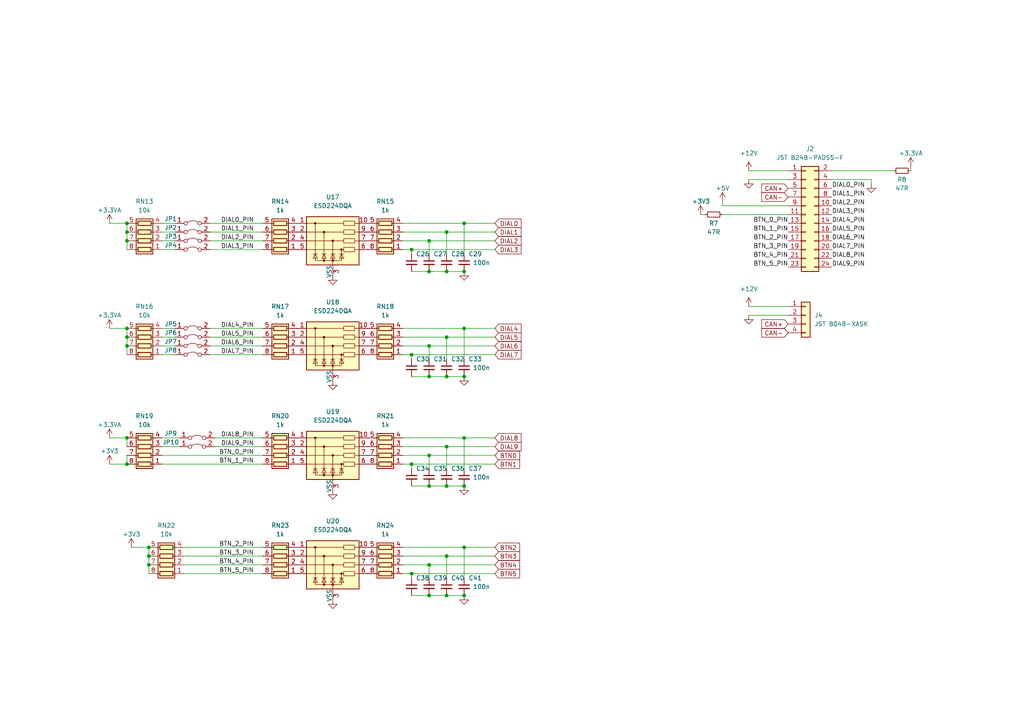
<source format=kicad_sch>
(kicad_sch (version 20211123) (generator eeschema)
  (paper "A4")
  (title_block (title "I/O AND ESD PROTECTION"))
  (lib_symbols
    (symbol "Connector_Generic:Conn_01x04" (pin_names (offset 1.016) hide)
      (property "Reference" "J" (at 0 5.08 0))
      (property "Value" "Conn_01x04" (at 0 -7.62 0))
      (symbol "Conn_01x04_1_1"
        (rectangle (start -1.27 -4.953) (end 0 -5.207) (stroke (width 0.1524)))
        (rectangle (start -1.27 -2.413) (end 0 -2.667) (stroke (width 0.1524)))
        (rectangle (start -1.27 0.127) (end 0 -0.127) (stroke (width 0.1524)))
        (rectangle (start -1.27 2.667) (end 0 2.413) (stroke (width 0.1524)))
        (rectangle (start -1.27 3.81) (end 1.27 -6.35) (stroke (width 0.254)) (fill (type background)))
        (pin passive line (at -5.08 2.54 0) (length 3.81) (name "Pin_1") (number "1"))
        (pin passive line (at -5.08 0 0) (length 3.81) (name "Pin_2") (number "2"))
        (pin passive line (at -5.08 -2.54 0) (length 3.81) (name "Pin_3") (number "3"))
        (pin passive line (at -5.08 -5.08 0) (length 3.81) (name "Pin_4") (number "4"))
      )
    )
    (symbol "Connector_Generic:Conn_02x12_Odd_Even" (pin_names (offset 1.016) hide)
      (property "Reference" "J" (at 1.27 15.24 0))
      (property "Value" "Conn_02x12_Odd_Even" (at 1.27 -17.78 0))
      (symbol "Conn_02x12_Odd_Even_1_1"
        (rectangle (start -1.27 -15.113) (end 0 -15.367) (stroke (width 0.1524)))
        (rectangle (start -1.27 -12.573) (end 0 -12.827) (stroke (width 0.1524)))
        (rectangle (start -1.27 -10.033) (end 0 -10.287) (stroke (width 0.1524)))
        (rectangle (start -1.27 -7.493) (end 0 -7.747) (stroke (width 0.1524)))
        (rectangle (start -1.27 -4.953) (end 0 -5.207) (stroke (width 0.1524)))
        (rectangle (start -1.27 -2.413) (end 0 -2.667) (stroke (width 0.1524)))
        (rectangle (start -1.27 0.127) (end 0 -0.127) (stroke (width 0.1524)))
        (rectangle (start -1.27 2.667) (end 0 2.413) (stroke (width 0.1524)))
        (rectangle (start -1.27 5.207) (end 0 4.953) (stroke (width 0.1524)))
        (rectangle (start -1.27 7.747) (end 0 7.493) (stroke (width 0.1524)))
        (rectangle (start -1.27 10.287) (end 0 10.033) (stroke (width 0.1524)))
        (rectangle (start -1.27 12.827) (end 0 12.573) (stroke (width 0.1524)))
        (rectangle (start -1.27 13.97) (end 3.81 -16.51) (stroke (width 0.254)) (fill (type background)))
        (rectangle (start 3.81 -15.113) (end 2.54 -15.367) (stroke (width 0.1524)))
        (rectangle (start 3.81 -12.573) (end 2.54 -12.827) (stroke (width 0.1524)))
        (rectangle (start 3.81 -10.033) (end 2.54 -10.287) (stroke (width 0.1524)))
        (rectangle (start 3.81 -7.493) (end 2.54 -7.747) (stroke (width 0.1524)))
        (rectangle (start 3.81 -4.953) (end 2.54 -5.207) (stroke (width 0.1524)))
        (rectangle (start 3.81 -2.413) (end 2.54 -2.667) (stroke (width 0.1524)))
        (rectangle (start 3.81 0.127) (end 2.54 -0.127) (stroke (width 0.1524)))
        (rectangle (start 3.81 2.667) (end 2.54 2.413) (stroke (width 0.1524)))
        (rectangle (start 3.81 5.207) (end 2.54 4.953) (stroke (width 0.1524)))
        (rectangle (start 3.81 7.747) (end 2.54 7.493) (stroke (width 0.1524)))
        (rectangle (start 3.81 10.287) (end 2.54 10.033) (stroke (width 0.1524)))
        (rectangle (start 3.81 12.827) (end 2.54 12.573) (stroke (width 0.1524)))
        (pin passive line (at -5.08 12.7 0) (length 3.81) (name "Pin_1") (number "1"))
        (pin passive line (at 7.62 2.54 180) (length 3.81) (name "Pin_10") (number "10"))
        (pin passive line (at -5.08 0 0) (length 3.81) (name "Pin_11") (number "11"))
        (pin passive line (at 7.62 0 180) (length 3.81) (name "Pin_12") (number "12"))
        (pin passive line (at -5.08 -2.54 0) (length 3.81) (name "Pin_13") (number "13"))
        (pin passive line (at 7.62 -2.54 180) (length 3.81) (name "Pin_14") (number "14"))
        (pin passive line (at -5.08 -5.08 0) (length 3.81) (name "Pin_15") (number "15"))
        (pin passive line (at 7.62 -5.08 180) (length 3.81) (name "Pin_16") (number "16"))
        (pin passive line (at -5.08 -7.62 0) (length 3.81) (name "Pin_17") (number "17"))
        (pin passive line (at 7.62 -7.62 180) (length 3.81) (name "Pin_18") (number "18"))
        (pin passive line (at -5.08 -10.16 0) (length 3.81) (name "Pin_19") (number "19"))
        (pin passive line (at 7.62 12.7 180) (length 3.81) (name "Pin_2") (number "2"))
        (pin passive line (at 7.62 -10.16 180) (length 3.81) (name "Pin_20") (number "20"))
        (pin passive line (at -5.08 -12.7 0) (length 3.81) (name "Pin_21") (number "21"))
        (pin passive line (at 7.62 -12.7 180) (length 3.81) (name "Pin_22") (number "22"))
        (pin passive line (at -5.08 -15.24 0) (length 3.81) (name "Pin_23") (number "23"))
        (pin passive line (at 7.62 -15.24 180) (length 3.81) (name "Pin_24") (number "24"))
        (pin passive line (at -5.08 10.16 0) (length 3.81) (name "Pin_3") (number "3"))
        (pin passive line (at 7.62 10.16 180) (length 3.81) (name "Pin_4") (number "4"))
        (pin passive line (at -5.08 7.62 0) (length 3.81) (name "Pin_5") (number "5"))
        (pin passive line (at 7.62 7.62 180) (length 3.81) (name "Pin_6") (number "6"))
        (pin passive line (at -5.08 5.08 0) (length 3.81) (name "Pin_7") (number "7"))
        (pin passive line (at 7.62 5.08 180) (length 3.81) (name "Pin_8") (number "8"))
        (pin passive line (at -5.08 2.54 0) (length 3.81) (name "Pin_9") (number "9"))
      )
    )
    (symbol "Device:C_Small" (pin_numbers hide) (pin_names (offset 0.254) hide)
      (property "Reference" "C" (at 0.254 1.778 0))
      (property "Value" "C_Small" (at 0.254 -2.032 0))
      (symbol "C_Small_0_1"
        (polyline (pts (xy -1.524 -0.508) (xy 1.524 -0.508)) (stroke (width 0.3302)))
        (polyline (pts (xy -1.524 0.508) (xy 1.524 0.508)) (stroke (width 0.3048)))
      )
      (symbol "C_Small_1_1"
        (pin passive line (at 0 2.54 270) (length 2.032) (name "~") (number "1"))
        (pin passive line (at 0 -2.54 90) (length 2.032) (name "~") (number "2"))
      )
    )
    (symbol "Device:R_Pack04" (pin_names (offset 0) hide)
      (property "Reference" "RN" (at -7.62 0 90))
      (property "Value" "R_Pack04" (at 5.08 0 90))
      (symbol "R_Pack04_0_1"
        (rectangle (start -6.35 -2.413) (end 3.81 2.413) (stroke (width 0.254)) (fill (type background)))
        (rectangle (start -5.715 1.905) (end -4.445 -1.905) (stroke (width 0.254)))
        (rectangle (start -3.175 1.905) (end -1.905 -1.905) (stroke (width 0.254)))
        (rectangle (start -0.635 1.905) (end 0.635 -1.905) (stroke (width 0.254)))
        (polyline (pts (xy -5.08 -2.54) (xy -5.08 -1.905)))
        (polyline (pts (xy -5.08 1.905) (xy -5.08 2.54)))
        (polyline (pts (xy -2.54 -2.54) (xy -2.54 -1.905)))
        (polyline (pts (xy -2.54 1.905) (xy -2.54 2.54)))
        (polyline (pts (xy 0 -2.54) (xy 0 -1.905)))
        (polyline (pts (xy 0 1.905) (xy 0 2.54)))
        (polyline (pts (xy 2.54 -2.54) (xy 2.54 -1.905)))
        (polyline (pts (xy 2.54 1.905) (xy 2.54 2.54)))
        (rectangle (start 1.905 1.905) (end 3.175 -1.905) (stroke (width 0.254)))
      )
      (symbol "R_Pack04_1_1"
        (pin passive line (at -5.08 -5.08 90) (length 2.54) (name "R1.1") (number "1"))
        (pin passive line (at -2.54 -5.08 90) (length 2.54) (name "R2.1") (number "2"))
        (pin passive line (at 0 -5.08 90) (length 2.54) (name "R3.1") (number "3"))
        (pin passive line (at 2.54 -5.08 90) (length 2.54) (name "R4.1") (number "4"))
        (pin passive line (at 2.54 5.08 270) (length 2.54) (name "R4.2") (number "5"))
        (pin passive line (at 0 5.08 270) (length 2.54) (name "R3.2") (number "6"))
        (pin passive line (at -2.54 5.08 270) (length 2.54) (name "R2.2") (number "7"))
        (pin passive line (at -5.08 5.08 270) (length 2.54) (name "R1.2") (number "8"))
      )
    )
    (symbol "Device:R_Small" (pin_numbers hide) (pin_names (offset 0.254) hide)
      (property "Reference" "R" (at 0.762 0.508 0))
      (property "Value" "R_Small" (at 0.762 -1.016 0))
      (symbol "R_Small_0_1"
        (rectangle (start -0.762 1.778) (end 0.762 -1.778) (stroke (width 0.2032)))
      )
      (symbol "R_Small_1_1"
        (pin passive line (at 0 2.54 270) (length 0.762) (name "~") (number "1"))
        (pin passive line (at 0 -2.54 90) (length 0.762) (name "~") (number "2"))
      )
    )
    (symbol "Jumper:Jumper_2_Bridged" (pin_names (offset 0) hide)
      (property "Reference" "JP" (at 0 1.905 0))
      (property "Value" "Jumper_2_Bridged" (at 0 -2.54 0))
      (symbol "Jumper_2_Bridged_0_0"
        (circle (center -2.032 0) (radius 0.508))
        (circle (center 2.032 0) (radius 0.508))
      )
      (symbol "Jumper_2_Bridged_0_1"
        (arc (start 1.524 0.254) (mid 0 0.762) (end -1.524 0.254))
      )
      (symbol "Jumper_2_Bridged_1_1"
        (pin passive line (at -5.08 0 0) (length 2.54) (name "A") (number "1"))
        (pin passive line (at 5.08 0 180) (length 2.54) (name "B") (number "2"))
      )
    )
    (symbol "Power_Protection:ESD224DQA" (pin_names (offset 0))
      (property "Reference" "U" (at -0.635 8.255 0))
      (property "Value" "ESD224DQA" (at 8.89 -8.255 0))
      (symbol "ESD224DQA_0_0"
        (polyline (pts (xy -2.54 -5.715) (xy -2.54 2.54)))
        (polyline (pts (xy 0 0) (xy 0 -6.985)))
      )
      (symbol "ESD224DQA_0_1"
        (rectangle (start -7.62 6.985) (end 7.62 -6.985) (stroke (width 0.254)) (fill (type background)))
        (circle (center -5.08 5.08) (radius 0.2794) (fill (type outline)))
        (circle (center -2.54 -5.715) (radius 0.2794) (fill (type outline)))
        (circle (center -2.54 2.54) (radius 0.2794) (fill (type outline)))
        (circle (center 0 -5.715) (radius 0.2794) (fill (type outline)))
        (polyline (pts (xy -7.62 -2.54) (xy 3.175 -2.54)))
        (polyline (pts (xy -7.62 0) (xy 1.27 0)))
        (polyline (pts (xy -7.62 2.54) (xy -5.08 2.54)))
        (polyline (pts (xy -7.62 5.08) (xy -7.62 5.08)))
        (polyline (pts (xy -4.445 -3.81) (xy -5.715 -3.81)))
        (polyline (pts (xy -1.905 -3.81) (xy -3.175 -3.81)))
        (polyline (pts (xy 0 -6.985) (xy 0 -7.62)))
        (polyline (pts (xy 0.635 -3.81) (xy -0.635 -3.81)))
        (polyline (pts (xy 3.175 -3.81) (xy 1.905 -3.81)))
        (polyline (pts (xy 3.175 0) (xy 1.27 0)) (stroke (width 0.1524)))
        (polyline (pts (xy 3.175 5.08) (xy -7.62 5.08)) (stroke (width 0.1524)))
        (polyline (pts (xy 7.62 -2.54) (xy 6.35 -2.54)) (stroke (width 0.1524)))
        (polyline (pts (xy 7.62 0) (xy 6.35 0)) (stroke (width 0.1524)))
        (polyline (pts (xy 7.62 2.54) (xy 6.35 2.54)) (stroke (width 0.1524)))
        (polyline (pts (xy 7.62 5.08) (xy 6.35 5.08)) (stroke (width 0.1524)))
        (polyline (pts (xy -5.08 5.08) (xy -5.08 -5.715) (xy 2.54 -5.715) (xy 2.54 -2.54)) (stroke (width 0.1524)))
        (polyline (pts (xy -4.445 -5.08) (xy -5.715 -5.08) (xy -5.08 -3.81) (xy -4.445 -5.08)))
        (polyline (pts (xy -1.905 -5.08) (xy -3.175 -5.08) (xy -2.54 -3.81) (xy -1.905 -5.08)))
        (polyline (pts (xy 0.635 -5.08) (xy -0.635 -5.08) (xy 0 -3.81) (xy 0.635 -5.08)))
        (polyline (pts (xy 3.175 -5.08) (xy 1.905 -5.08) (xy 2.54 -3.81) (xy 3.175 -5.08)))
        (polyline (pts (xy 3.175 2.54) (xy 0 2.54) (xy 0 2.54) (xy -3.81 2.54) (xy -3.81 2.54) (xy -5.08 2.54)) (stroke (width 0.1524)))
        (circle (center 0 0) (radius 0.2794) (fill (type outline)))
        (circle (center 2.54 -2.54) (radius 0.2794) (fill (type outline)))
        (rectangle (start 3.175 -1.905) (end 6.35 -3.175) (stroke (width 0.1524)))
        (rectangle (start 3.175 0.635) (end 6.35 -0.635) (stroke (width 0.1524)))
        (rectangle (start 3.175 3.175) (end 6.35 1.905) (stroke (width 0.1524)))
        (rectangle (start 3.175 5.715) (end 6.35 4.445) (stroke (width 0.1524)))
      )
      (symbol "ESD224DQA_1_1"
        (pin passive line (at -10.16 5.08 0) (length 2.54) (name "~") (number "1"))
        (pin passive line (at 10.16 5.08 180) (length 2.54) (name "~") (number "10"))
        (pin passive line (at -10.16 2.54 0) (length 2.54) (name "~") (number "2"))
        (pin power_in line (at 0 -10.16 90) (length 2.54) (name "VSS") (number "3"))
        (pin passive line (at -10.16 0 0) (length 2.54) (name "~") (number "4"))
        (pin passive line (at -10.16 -2.54 0) (length 2.54) (name "~") (number "5"))
        (pin passive line (at 10.16 -2.54 180) (length 2.54) (name "~") (number "6"))
        (pin passive line (at 10.16 0 180) (length 2.54) (name "~") (number "7"))
        (pin passive line (at 0 -10.16 90) (length 2.54) hide (name "VSS") (number "8"))
        (pin passive line (at 10.16 2.54 180) (length 2.54) (name "~") (number "9"))
      )
    )
    (symbol "power:+12V" (power) (pin_names (offset 0))
      (property "Value" "+12V" (at 0 3.556 0))
      (symbol "+12V_0_1"
        (polyline (pts (xy -0.762 1.27) (xy 0 2.54)))
        (polyline (pts (xy 0 0) (xy 0 2.54)))
        (polyline (pts (xy 0 2.54) (xy 0.762 1.27)))
      )
      (symbol "+12V_1_1"
        (pin power_in line (at 0 0 90) (length 0) hide (name "+12V") (number "1"))
      )
    )
    (symbol "power:+3.3VA" (power) (pin_names (offset 0))
      (property "Value" "+3.3VA" (at 0 3.556 0))
      (symbol "+3.3VA_0_1"
        (polyline (pts (xy -0.762 1.27) (xy 0 2.54)))
        (polyline (pts (xy 0 0) (xy 0 2.54)))
        (polyline (pts (xy 0 2.54) (xy 0.762 1.27)))
      )
      (symbol "+3.3VA_1_1"
        (pin power_in line (at 0 0 90) (length 0) hide (name "+3.3VA") (number "1"))
      )
    )
    (symbol "power:+3V3" (power) (pin_names (offset 0))
      (property "Value" "+3V3" (at 0 3.556 0))
      (symbol "+3V3_0_1"
        (polyline (pts (xy -0.762 1.27) (xy 0 2.54)))
        (polyline (pts (xy 0 0) (xy 0 2.54)))
        (polyline (pts (xy 0 2.54) (xy 0.762 1.27)))
      )
      (symbol "+3V3_1_1"
        (pin power_in line (at 0 0 90) (length 0) hide (name "+3V3") (number "1"))
      )
    )
    (symbol "power:+5V" (power) (pin_names (offset 0))
      (property "Value" "+5V" (at 0 3.556 0))
      (symbol "+5V_0_1"
        (polyline (pts (xy -0.762 1.27) (xy 0 2.54)))
        (polyline (pts (xy 0 0) (xy 0 2.54)))
        (polyline (pts (xy 0 2.54) (xy 0.762 1.27)))
      )
      (symbol "+5V_1_1"
        (pin power_in line (at 0 0 90) (length 0) hide (name "+5V") (number "1"))
      )
    )
    (symbol "power:GND" (power) (pin_names (offset 0))
      (property "Value" "GND" (at 0 -3.81 0))
      (symbol "GND_0_1"
        (polyline (pts (xy 0 0) (xy 0 -1.27) (xy 1.27 -1.27) (xy 0 -2.54) (xy -1.27 -1.27) (xy 0 -1.27)))
      )
      (symbol "GND_1_1"
        (pin power_in line (at 0 0 270) (length 0) hide (name "GND") (number "1"))
      )
    )
  )
  (junction (at 129.54 129.54))
  (junction (at 36.83 134.62))
  (junction (at 129.54 97.79))
  (junction (at 129.54 161.29))
  (junction (at 119.38 134.62))
  (junction (at 36.83 95.25))
  (junction (at 43.18 161.29))
  (junction (at 124.46 109.22))
  (junction (at 129.54 140.97))
  (junction (at 129.54 78.74))
  (junction (at 134.62 64.77))
  (junction (at 124.46 78.74))
  (junction (at 124.46 163.83))
  (junction (at 36.83 100.33))
  (junction (at 129.54 172.72))
  (junction (at 124.46 69.85))
  (junction (at 36.83 67.31))
  (junction (at 134.62 172.72))
  (junction (at 134.62 158.75))
  (junction (at 124.46 172.72))
  (junction (at 36.83 97.79))
  (junction (at 43.18 158.75))
  (junction (at 129.54 67.31))
  (junction (at 119.38 72.39))
  (junction (at 119.38 166.37))
  (junction (at 134.62 109.22))
  (junction (at 36.83 127))
  (junction (at 134.62 127))
  (junction (at 129.54 109.22))
  (junction (at 134.62 140.97))
  (junction (at 124.46 100.33))
  (junction (at 134.62 78.74))
  (junction (at 134.62 95.25))
  (junction (at 119.38 102.87))
  (junction (at 124.46 132.08))
  (junction (at 36.83 64.77))
  (junction (at 43.18 163.83))
  (junction (at 124.46 140.97))
  (junction (at 36.83 69.85))
  (wire (pts (xy 60.96 69.85) (xy 76.2 69.85)))
  (wire (pts (xy 129.54 172.72) (xy 134.62 172.72)))
  (wire (pts (xy 60.96 100.33) (xy 76.2 100.33)))
  (wire (pts (xy 129.54 97.79) (xy 143.51 97.79)))
  (wire (pts (xy 124.46 69.85) (xy 143.51 69.85)))
  (wire (pts (xy 62.23 127) (xy 76.2 127)))
  (wire (pts (xy 217.17 91.44) (xy 228.6 91.44)))
  (wire (pts (xy 217.17 52.07) (xy 228.6 52.07)))
  (wire (pts (xy 31.75 127) (xy 36.83 127)))
  (wire (pts (xy 31.75 134.62) (xy 36.83 134.62)))
  (wire (pts (xy 129.54 67.31) (xy 143.51 67.31)))
  (wire (pts (xy 129.54 129.54) (xy 129.54 135.89)))
  (wire (pts (xy 129.54 161.29) (xy 143.51 161.29)))
  (wire (pts (xy 119.38 172.72) (xy 124.46 172.72)))
  (wire (pts (xy 116.84 129.54) (xy 129.54 129.54)))
  (wire (pts (xy 134.62 127) (xy 143.51 127)))
  (wire (pts (xy 116.84 134.62) (xy 119.38 134.62)))
  (wire (pts (xy 43.18 158.75) (xy 43.18 161.29)))
  (wire (pts (xy 209.55 62.23) (xy 228.6 62.23)))
  (wire (pts (xy 36.83 100.33) (xy 36.83 102.87)))
  (wire (pts (xy 209.55 59.69) (xy 228.6 59.69)))
  (wire (pts (xy 53.34 163.83) (xy 76.2 163.83)))
  (wire (pts (xy 119.38 167.64) (xy 119.38 166.37)))
  (wire (pts (xy 124.46 132.08) (xy 143.51 132.08)))
  (wire (pts (xy 43.18 163.83) (xy 43.18 166.37)))
  (wire (pts (xy 129.54 161.29) (xy 129.54 167.64)))
  (wire (pts (xy 116.84 95.25) (xy 134.62 95.25)))
  (wire (pts (xy 52.07 127) (xy 46.99 127)))
  (wire (pts (xy 119.38 140.97) (xy 124.46 140.97)))
  (wire (pts (xy 129.54 109.22) (xy 134.62 109.22)))
  (wire (pts (xy 60.96 64.77) (xy 76.2 64.77)))
  (wire (pts (xy 36.83 64.77) (xy 36.83 67.31)))
  (wire (pts (xy 217.17 49.53) (xy 228.6 49.53)))
  (wire (pts (xy 116.84 67.31) (xy 129.54 67.31)))
  (wire (pts (xy 60.96 67.31) (xy 76.2 67.31)))
  (wire (pts (xy 116.84 72.39) (xy 119.38 72.39)))
  (wire (pts (xy 119.38 135.89) (xy 119.38 134.62)))
  (wire (pts (xy 116.84 64.77) (xy 134.62 64.77)))
  (wire (pts (xy 46.99 100.33) (xy 50.8 100.33)))
  (wire (pts (xy 119.38 104.14) (xy 119.38 102.87)))
  (wire (pts (xy 119.38 109.22) (xy 124.46 109.22)))
  (wire (pts (xy 46.99 134.62) (xy 76.2 134.62)))
  (wire (pts (xy 129.54 67.31) (xy 129.54 73.66)))
  (wire (pts (xy 129.54 78.74) (xy 134.62 78.74)))
  (wire (pts (xy 124.46 132.08) (xy 124.46 135.89)))
  (wire (pts (xy 252.73 52.07) (xy 241.3 52.07)))
  (wire (pts (xy 60.96 102.87) (xy 76.2 102.87)))
  (wire (pts (xy 116.84 163.83) (xy 124.46 163.83)))
  (wire (pts (xy 38.1 158.75) (xy 43.18 158.75)))
  (wire (pts (xy 53.34 161.29) (xy 76.2 161.29)))
  (wire (pts (xy 119.38 72.39) (xy 143.51 72.39)))
  (wire (pts (xy 203.2 62.23) (xy 204.47 62.23)))
  (wire (pts (xy 119.38 73.66) (xy 119.38 72.39)))
  (wire (pts (xy 36.83 97.79) (xy 36.83 100.33)))
  (wire (pts (xy 36.83 95.25) (xy 36.83 97.79)))
  (wire (pts (xy 46.99 67.31) (xy 50.8 67.31)))
  (wire (pts (xy 53.34 158.75) (xy 76.2 158.75)))
  (wire (pts (xy 134.62 95.25) (xy 143.51 95.25)))
  (wire (pts (xy 116.84 166.37) (xy 119.38 166.37)))
  (wire (pts (xy 116.84 127) (xy 134.62 127)))
  (wire (pts (xy 134.62 158.75) (xy 134.62 167.64)))
  (wire (pts (xy 124.46 78.74) (xy 129.54 78.74)))
  (wire (pts (xy 124.46 69.85) (xy 124.46 73.66)))
  (wire (pts (xy 124.46 109.22) (xy 129.54 109.22)))
  (wire (pts (xy 116.84 97.79) (xy 129.54 97.79)))
  (wire (pts (xy 134.62 95.25) (xy 134.62 104.14)))
  (wire (pts (xy 129.54 140.97) (xy 134.62 140.97)))
  (wire (pts (xy 116.84 100.33) (xy 124.46 100.33)))
  (wire (pts (xy 129.54 97.79) (xy 129.54 104.14)))
  (wire (pts (xy 116.84 161.29) (xy 129.54 161.29)))
  (wire (pts (xy 134.62 127) (xy 134.62 135.89)))
  (wire (pts (xy 134.62 64.77) (xy 143.51 64.77)))
  (wire (pts (xy 124.46 140.97) (xy 129.54 140.97)))
  (wire (pts (xy 46.99 97.79) (xy 50.8 97.79)))
  (wire (pts (xy 62.23 129.54) (xy 76.2 129.54)))
  (wire (pts (xy 124.46 100.33) (xy 143.51 100.33)))
  (wire (pts (xy 209.55 58.42) (xy 209.55 59.69)))
  (wire (pts (xy 43.18 161.29) (xy 43.18 163.83)))
  (wire (pts (xy 46.99 69.85) (xy 50.8 69.85)))
  (wire (pts (xy 116.84 132.08) (xy 124.46 132.08)))
  (wire (pts (xy 124.46 100.33) (xy 124.46 104.14)))
  (wire (pts (xy 119.38 78.74) (xy 124.46 78.74)))
  (wire (pts (xy 134.62 158.75) (xy 143.51 158.75)))
  (wire (pts (xy 119.38 102.87) (xy 143.51 102.87)))
  (wire (pts (xy 116.84 69.85) (xy 124.46 69.85)))
  (wire (pts (xy 124.46 172.72) (xy 129.54 172.72)))
  (wire (pts (xy 46.99 72.39) (xy 50.8 72.39)))
  (wire (pts (xy 60.96 72.39) (xy 76.2 72.39)))
  (wire (pts (xy 31.75 95.25) (xy 36.83 95.25)))
  (wire (pts (xy 129.54 129.54) (xy 143.51 129.54)))
  (wire (pts (xy 124.46 163.83) (xy 124.46 167.64)))
  (wire (pts (xy 134.62 64.77) (xy 134.62 73.66)))
  (wire (pts (xy 60.96 97.79) (xy 76.2 97.79)))
  (wire (pts (xy 46.99 132.08) (xy 76.2 132.08)))
  (wire (pts (xy 46.99 102.87) (xy 50.8 102.87)))
  (wire (pts (xy 46.99 95.25) (xy 50.8 95.25)))
  (wire (pts (xy 36.83 127) (xy 36.83 129.54)))
  (wire (pts (xy 116.84 158.75) (xy 134.62 158.75)))
  (wire (pts (xy 264.16 48.26) (xy 264.16 49.53)))
  (wire (pts (xy 119.38 134.62) (xy 143.51 134.62)))
  (wire (pts (xy 53.34 166.37) (xy 76.2 166.37)))
  (wire (pts (xy 252.73 53.34) (xy 252.73 52.07)))
  (wire (pts (xy 259.08 49.53) (xy 241.3 49.53)))
  (wire (pts (xy 31.75 64.77) (xy 36.83 64.77)))
  (wire (pts (xy 52.07 129.54) (xy 46.99 129.54)))
  (wire (pts (xy 116.84 102.87) (xy 119.38 102.87)))
  (wire (pts (xy 119.38 166.37) (xy 143.51 166.37)))
  (wire (pts (xy 36.83 69.85) (xy 36.83 72.39)))
  (wire (pts (xy 217.17 88.9) (xy 228.6 88.9)))
  (wire (pts (xy 36.83 67.31) (xy 36.83 69.85)))
  (wire (pts (xy 46.99 64.77) (xy 50.8 64.77)))
  (wire (pts (xy 124.46 163.83) (xy 143.51 163.83)))
  (wire (pts (xy 60.96 95.25) (xy 76.2 95.25)))
  (wire (pts (xy 36.83 132.08) (xy 36.83 134.62)))
  (label "BTN_0_PIN" (at 228.6 64.77 180))
  (label "DIAL9_PIN" (at 241.3 77.47 0))
  (label "DIAL8_PIN" (at 73.66 127 180))
  (label "DIAL5_PIN" (at 73.66 97.79 180))
  (label "DIAL2_PIN" (at 73.66 69.85 180))
  (label "DIAL1_PIN" (at 73.66 67.31 180))
  (label "BTN_5_PIN" (at 73.66 166.37 180))
  (label "BTN_0_PIN" (at 73.66 132.08 180))
  (label "DIAL2_PIN" (at 241.3 59.69 0))
  (label "DIAL8_PIN" (at 241.3 74.93 0))
  (label "DIAL0_PIN" (at 73.66 64.77 180))
  (label "DIAL9_PIN" (at 73.66 129.54 180))
  (label "DIAL7_PIN" (at 73.66 102.87 180))
  (label "DIAL0_PIN" (at 241.3 54.61 0))
  (label "DIAL4_PIN" (at 73.66 95.25 180))
  (label "DIAL7_PIN" (at 241.3 72.39 0))
  (label "DIAL3_PIN" (at 241.3 62.23 0))
  (label "DIAL6_PIN" (at 241.3 69.85 0))
  (label "BTN_1_PIN" (at 73.66 134.62 180))
  (label "DIAL5_PIN" (at 241.3 67.31 0))
  (label "DIAL3_PIN" (at 73.66 72.39 180))
  (label "BTN_1_PIN" (at 228.6 67.31 180))
  (label "BTN_3_PIN" (at 228.6 72.39 180))
  (label "DIAL1_PIN" (at 241.3 57.15 0))
  (label "DIAL6_PIN" (at 73.66 100.33 180))
  (label "BTN_3_PIN" (at 73.66 161.29 180))
  (label "BTN_2_PIN" (at 73.66 158.75 180))
  (label "BTN_5_PIN" (at 228.6 77.47 180))
  (label "BTN_2_PIN" (at 228.6 69.85 180))
  (label "DIAL4_PIN" (at 241.3 64.77 0))
  (label "BTN_4_PIN" (at 228.6 74.93 180))
  (label "BTN_4_PIN" (at 73.66 163.83 180))
  (global_label "BTN3" (shape input) (at 143.51 161.29 0) (property "Intersheet References" "${INTERSHEET_REFS}" (effects hide)))
  (global_label "BTN4" (shape input) (at 143.51 163.83 0) (property "Intersheet References" "${INTERSHEET_REFS}" (effects hide)))
  (global_label "CAN-" (shape input) (at 228.6 96.52 180) (property "Intersheet References" "${INTERSHEET_REFS}" (effects hide)))
  (global_label "BTN5" (shape input) (at 143.51 166.37 0) (property "Intersheet References" "${INTERSHEET_REFS}" (effects hide)))
  (global_label "DIAL2" (shape input) (at 143.51 69.85 0) (property "Intersheet References" "${INTERSHEET_REFS}" (effects hide)))
  (global_label "DIAL1" (shape input) (at 143.51 67.31 0) (property "Intersheet References" "${INTERSHEET_REFS}" (effects hide)))
  (global_label "DIAL4" (shape input) (at 143.51 95.25 0) (property "Intersheet References" "${INTERSHEET_REFS}" (effects hide)))
  (global_label "BTN2" (shape input) (at 143.51 158.75 0) (property "Intersheet References" "${INTERSHEET_REFS}" (effects hide)))
  (global_label "DIAL8" (shape input) (at 143.51 127 0) (property "Intersheet References" "${INTERSHEET_REFS}" (effects hide)))
  (global_label "BTN1" (shape input) (at 143.51 134.62 0) (property "Intersheet References" "${INTERSHEET_REFS}" (effects hide)))
  (global_label "DIAL5" (shape input) (at 143.51 97.79 0) (property "Intersheet References" "${INTERSHEET_REFS}" (effects hide)))
  (global_label "DIAL0" (shape input) (at 143.51 64.77 0) (property "Intersheet References" "${INTERSHEET_REFS}" (effects hide)))
  (global_label "CAN-" (shape input) (at 228.6 57.15 180) (property "Intersheet References" "${INTERSHEET_REFS}" (effects hide)))
  (global_label "BTN0" (shape input) (at 143.51 132.08 0) (property "Intersheet References" "${INTERSHEET_REFS}" (effects hide)))
  (global_label "DIAL3" (shape input) (at 143.51 72.39 0) (property "Intersheet References" "${INTERSHEET_REFS}" (effects hide)))
  (global_label "CAN+" (shape input) (at 228.6 54.61 180) (property "Intersheet References" "${INTERSHEET_REFS}" (effects hide)))
  (global_label "DIAL6" (shape input) (at 143.51 100.33 0) (property "Intersheet References" "${INTERSHEET_REFS}" (effects hide)))
  (global_label "DIAL9" (shape input) (at 143.51 129.54 0) (property "Intersheet References" "${INTERSHEET_REFS}" (effects hide)))
  (global_label "DIAL7" (shape input) (at 143.51 102.87 0) (property "Intersheet References" "${INTERSHEET_REFS}" (effects hide)))
  (global_label "CAN+" (shape input) (at 228.6 93.98 180) (property "Intersheet References" "${INTERSHEET_REFS}" (effects hide)))
  (symbol (lib_id "Device:C_Small") (at 124.46 138.43 0) (unit 1)
    (property "Reference" "C35" (at 125.73 135.89 0) (effects (justify left)))
    (property "Value" "100n" (effects hide))
    (property "Footprint" "Capacitor_SMD:C_0402_1005Metric" (effects hide))
    (property "LCSC" "C307331" (effects hide))
  )
  (symbol (lib_id "Jumper:Jumper_2_Bridged") (at 57.15 129.54 0) (unit 1)
    (property "Reference" "JP10" (at 49.53 128.27 0))
    (property "Value" "Jumper_2_Bridged" (effects hide))
    (property "Footprint" "TestPoint:TestPoint_2Pads_Pitch2.54mm_Drill0.8mm" (effects hide))
  )
  (symbol (lib_id "Connector_Generic:Conn_02x12_Odd_Even") (at 233.68 62.23 0) (unit 1)
    (property "Reference" "J2" (at 234.95 43.18 0))
    (property "Value" "JST B24B-PADSS-F" (at 234.95 45.72 0))
    (property "Footprint" "JST_B24B_PADSS:JST_B24B_PADSS" (effects hide))
  )
  (symbol (lib_id "Device:R_Pack04") (at 111.76 161.29 90) (unit 1)
    (property "Reference" "RN24" (at 111.76 152.4 90))
    (property "Value" "1k" (at 111.76 154.94 90))
    (property "Footprint" "Resistor_SMD:R_Array_Convex_4x0603" (effects hide))
  )
  (symbol (lib_id "Device:C_Small") (at 124.46 170.18 0) (unit 1)
    (property "Reference" "C39" (at 125.73 167.64 0) (effects (justify left)))
    (property "Value" "100n" (effects hide))
    (property "Footprint" "Capacitor_SMD:C_0402_1005Metric" (effects hide))
    (property "LCSC" "C307331" (effects hide))
  )
  (symbol (lib_id "power:+3.3VA") (at 31.75 64.77 0) (unit 1)
    (property "Reference" "#PWR070" (effects hide))
    (property "Value" "+3.3VA" (at 31.75 60.96 0))
  )
  (symbol (lib_id "Connector_Generic:Conn_01x04") (at 233.68 91.44 0) (unit 1)
    (property "Reference" "J4" (at 236.22 91.4399 0) (effects (justify left)))
    (property "Value" "JST B04B-XASK" (at 236.22 93.9799 0) (effects (justify left)))
    (property "Footprint" "Connector_JST:JST_XA_B04B-XASK-1_1x04_P2.50mm_Vertical" (effects hide))
  )
  (symbol (lib_id "Jumper:Jumper_2_Bridged") (at 55.88 100.33 0) (unit 1)
    (property "Reference" "JP7" (at 49.53 99.06 0))
    (property "Value" "Jumper_2_Bridged" (effects hide))
    (property "Footprint" "TestPoint:TestPoint_2Pads_Pitch2.54mm_Drill0.8mm" (effects hide))
  )
  (symbol (lib_id "Device:C_Small") (at 129.54 138.43 0) (unit 1)
    (property "Reference" "C36" (at 130.81 135.89 0) (effects (justify left)))
    (property "Value" "100n" (effects hide))
    (property "Footprint" "Capacitor_SMD:C_0402_1005Metric" (effects hide))
    (property "LCSC" "C307331" (effects hide))
  )
  (symbol (lib_id "Device:R_Pack04") (at 41.91 97.79 90) (unit 1)
    (property "Reference" "RN16" (at 41.91 88.9 90))
    (property "Value" "10k" (at 41.91 91.44 90))
    (property "Footprint" "Resistor_SMD:R_Array_Convex_4x0603" (effects hide))
  )
  (symbol (lib_id "power:GND") (at 96.52 173.99 0) (unit 1)
    (property "Reference" "#PWR087" (effects hide))
    (property "Value" "GND" (effects hide))
  )
  (symbol (lib_id "Jumper:Jumper_2_Bridged") (at 55.88 95.25 0) (unit 1)
    (property "Reference" "JP5" (at 49.53 93.98 0))
    (property "Value" "Jumper_2_Bridged" (effects hide))
    (property "Footprint" "TestPoint:TestPoint_2Pads_Pitch2.54mm_Drill0.8mm" (effects hide))
  )
  (symbol (lib_id "Jumper:Jumper_2_Bridged") (at 55.88 64.77 0) (unit 1)
    (property "Reference" "JP1" (at 49.53 63.5 0))
    (property "Value" "Jumper_2_Bridged" (effects hide))
    (property "Footprint" "TestPoint:TestPoint_2Pads_Pitch2.54mm_Drill0.8mm" (effects hide))
  )
  (symbol (lib_id "Power_Protection:ESD224DQA") (at 96.52 100.33 0) (unit 1)
    (property "Reference" "U18" (at 96.52 87.63 0))
    (property "Value" "ESD224DQA" (at 96.52 90.17 0))
    (property "Footprint" "Package_DFN_QFN:Diodes_UDFN-10_1.0x2.5mm_P0.5mm" (effects hide))
    (property "Datasheet" "https://www.ti.com/lit/ds/symlink/esd224.pdf" (effects hide))
  )
  (symbol (lib_id "Jumper:Jumper_2_Bridged") (at 57.15 127 0) (unit 1)
    (property "Reference" "JP9" (at 49.53 125.73 0))
    (property "Value" "Jumper_2_Bridged" (effects hide))
    (property "Footprint" "TestPoint:TestPoint_2Pads_Pitch2.54mm_Drill0.8mm" (effects hide))
  )
  (symbol (lib_id "Power_Protection:ESD224DQA") (at 96.52 69.85 0) (unit 1)
    (property "Reference" "U17" (at 96.52 57.15 0))
    (property "Value" "ESD224DQA" (at 96.52 59.69 0))
    (property "Footprint" "Package_DFN_QFN:Diodes_UDFN-10_1.0x2.5mm_P0.5mm" (effects hide))
    (property "Datasheet" "https://www.ti.com/lit/ds/symlink/esd224.pdf" (effects hide))
  )
  (symbol (lib_id "Device:R_Pack04") (at 81.28 129.54 90) (unit 1)
    (property "Reference" "RN20" (at 81.28 120.65 90))
    (property "Value" "1k" (at 81.28 123.19 90))
    (property "Footprint" "Resistor_SMD:R_Array_Convex_4x0603" (effects hide))
  )
  (symbol (lib_id "power:+3V3") (at 31.75 134.62 0) (unit 1)
    (property "Reference" "#PWR082" (effects hide))
    (property "Value" "+3V3" (at 31.75 130.81 0))
  )
  (symbol (lib_id "power:+3.3VA") (at 264.16 48.26 0) (mirror y) (unit 1)
    (property "Reference" "#PWR072" (effects hide))
    (property "Value" "+3.3VA" (at 264.16 44.45 0))
  )
  (symbol (lib_id "Device:C_Small") (at 129.54 170.18 0) (unit 1)
    (property "Reference" "C40" (at 130.81 167.64 0) (effects (justify left)))
    (property "Value" "100n" (effects hide))
    (property "Footprint" "Capacitor_SMD:C_0402_1005Metric" (effects hide))
    (property "LCSC" "C307331" (effects hide))
  )
  (symbol (lib_id "Device:R_Pack04") (at 81.28 67.31 90) (unit 1)
    (property "Reference" "RN14" (at 81.28 58.42 90))
    (property "Value" "1k" (at 81.28 60.96 90))
    (property "Footprint" "Resistor_SMD:R_Array_Convex_4x0603" (effects hide))
  )
  (symbol (lib_id "power:+12V") (at 217.17 49.53 0) (unit 1)
    (property "Reference" "#PWR075" (effects hide))
    (property "Value" "+12V" (at 217.17 44.45 0))
  )
  (symbol (lib_id "power:GND") (at 96.52 80.01 0) (unit 1)
    (property "Reference" "#PWR077" (effects hide))
    (property "Value" "GND" (effects hide))
  )
  (symbol (lib_id "Power_Protection:ESD224DQA") (at 96.52 163.83 0) (unit 1)
    (property "Reference" "U20" (at 96.52 151.13 0))
    (property "Value" "ESD224DQA" (at 96.52 153.67 0))
    (property "Footprint" "Package_DFN_QFN:Diodes_UDFN-10_1.0x2.5mm_P0.5mm" (effects hide))
    (property "Datasheet" "https://www.ti.com/lit/ds/symlink/esd224.pdf" (effects hide))
  )
  (symbol (lib_id "Device:R_Small") (at 207.01 62.23 90) (unit 1)
    (property "Reference" "R7" (at 207.01 64.77 90))
    (property "Value" "47R" (at 207.01 67.31 90))
    (property "Footprint" "Resistor_SMD:R_0805_2012Metric" (effects hide))
  )
  (symbol (lib_id "Device:C_Small") (at 124.46 76.2 0) (unit 1)
    (property "Reference" "C27" (at 125.73 73.66 0) (effects (justify left)))
    (property "Value" "100n" (effects hide))
    (property "Footprint" "Capacitor_SMD:C_0402_1005Metric" (effects hide))
    (property "LCSC" "C307331" (effects hide))
  )
  (symbol (lib_id "Device:C_Small") (at 119.38 138.43 0) (unit 1)
    (property "Reference" "C34" (at 120.65 135.89 0) (effects (justify left)))
    (property "Value" "100n" (effects hide))
    (property "Footprint" "Capacitor_SMD:C_0402_1005Metric" (effects hide))
    (property "LCSC" "C307331" (effects hide))
  )
  (symbol (lib_id "Device:R_Pack04") (at 41.91 129.54 90) (unit 1)
    (property "Reference" "RN19" (at 41.91 120.65 90))
    (property "Value" "10k" (at 41.91 123.19 90))
    (property "Footprint" "Resistor_SMD:R_Array_Convex_4x0603" (effects hide))
  )
  (symbol (lib_id "Device:C_Small") (at 134.62 106.68 0) (unit 1)
    (property "Reference" "C33" (at 135.89 104.14 0) (effects (justify left)))
    (property "Value" "100n" (at 137.16 106.68 0) (effects (justify left)))
    (property "Footprint" "Capacitor_SMD:C_0402_1005Metric" (effects hide))
    (property "LCSC" "C307331" (effects hide))
  )
  (symbol (lib_id "Device:R_Small") (at 261.62 49.53 270) (mirror x) (unit 1)
    (property "Reference" "R8" (at 261.62 52.07 90))
    (property "Value" "47R" (at 261.62 54.61 90))
    (property "Footprint" "Resistor_SMD:R_0805_2012Metric" (effects hide))
  )
  (symbol (lib_id "power:+3V3") (at 203.2 62.23 0) (unit 1)
    (property "Reference" "#PWR0104" (effects hide))
    (property "Value" "+3V3" (at 200.66 58.42 0) (effects (justify left)))
  )
  (symbol (lib_id "power:GND") (at 252.73 53.34 0) (unit 1)
    (property "Reference" "#PWR0103" (effects hide))
    (property "Value" "GND" (effects hide))
  )
  (symbol (lib_id "power:GND") (at 134.62 109.22 0) (unit 1)
    (property "Reference" "#PWR079" (effects hide))
    (property "Value" "GND" (effects hide))
  )
  (symbol (lib_id "power:GND") (at 96.52 142.24 0) (unit 1)
    (property "Reference" "#PWR084" (effects hide))
    (property "Value" "GND" (effects hide))
  )
  (symbol (lib_id "Device:C_Small") (at 134.62 170.18 0) (unit 1)
    (property "Reference" "C41" (at 135.89 167.64 0) (effects (justify left)))
    (property "Value" "100n" (at 137.16 170.18 0) (effects (justify left)))
    (property "Footprint" "Capacitor_SMD:C_0402_1005Metric" (effects hide))
    (property "LCSC" "C307331" (effects hide))
  )
  (symbol (lib_id "Jumper:Jumper_2_Bridged") (at 55.88 67.31 0) (unit 1)
    (property "Reference" "JP2" (at 49.53 66.04 0))
    (property "Value" "Jumper_2_Bridged" (effects hide))
    (property "Footprint" "TestPoint:TestPoint_2Pads_Pitch2.54mm_Drill0.8mm" (effects hide))
  )
  (symbol (lib_id "Device:C_Small") (at 129.54 106.68 0) (unit 1)
    (property "Reference" "C32" (at 130.81 104.14 0) (effects (justify left)))
    (property "Value" "100n" (effects hide))
    (property "Footprint" "Capacitor_SMD:C_0402_1005Metric" (effects hide))
    (property "LCSC" "C307331" (effects hide))
  )
  (symbol (lib_id "power:+5V") (at 209.55 58.42 0) (unit 1)
    (property "Reference" "#PWR0105" (effects hide))
    (property "Value" "+5V" (at 209.55 54.61 0))
  )
  (symbol (lib_id "Device:R_Pack04") (at 111.76 67.31 90) (unit 1)
    (property "Reference" "RN15" (at 111.76 58.42 90))
    (property "Value" "1k" (at 111.76 60.96 90))
    (property "Footprint" "Resistor_SMD:R_Array_Convex_4x0603" (effects hide))
  )
  (symbol (lib_id "power:+3.3VA") (at 31.75 127 0) (unit 1)
    (property "Reference" "#PWR081" (effects hide))
    (property "Value" "+3.3VA" (at 31.75 123.19 0))
  )
  (symbol (lib_id "Device:C_Small") (at 119.38 106.68 0) (unit 1)
    (property "Reference" "C30" (at 120.65 104.14 0) (effects (justify left)))
    (property "Value" "100n" (effects hide))
    (property "Footprint" "Capacitor_SMD:C_0402_1005Metric" (effects hide))
    (property "LCSC" "C307331" (effects hide))
  )
  (symbol (lib_id "power:+3.3VA") (at 31.75 95.25 0) (unit 1)
    (property "Reference" "#PWR078" (effects hide))
    (property "Value" "+3.3VA" (at 31.75 91.44 0))
  )
  (symbol (lib_id "Device:C_Small") (at 119.38 170.18 0) (unit 1)
    (property "Reference" "C38" (at 120.65 167.64 0) (effects (justify left)))
    (property "Value" "100n" (effects hide))
    (property "Footprint" "Capacitor_SMD:C_0402_1005Metric" (effects hide))
    (property "LCSC" "C307331" (effects hide))
  )
  (symbol (lib_id "Device:C_Small") (at 134.62 138.43 0) (unit 1)
    (property "Reference" "C37" (at 135.89 135.89 0) (effects (justify left)))
    (property "Value" "100n" (at 137.16 138.43 0) (effects (justify left)))
    (property "Footprint" "Capacitor_SMD:C_0402_1005Metric" (effects hide))
    (property "LCSC" "C307331" (effects hide))
  )
  (symbol (lib_id "power:GND") (at 134.62 172.72 0) (unit 1)
    (property "Reference" "#PWR086" (effects hide))
    (property "Value" "GND" (effects hide))
  )
  (symbol (lib_id "power:GND") (at 96.52 110.49 0) (unit 1)
    (property "Reference" "#PWR080" (effects hide))
    (property "Value" "GND" (effects hide))
  )
  (symbol (lib_id "Device:R_Pack04") (at 111.76 129.54 90) (unit 1)
    (property "Reference" "RN21" (at 111.76 120.65 90))
    (property "Value" "1k" (at 111.76 123.19 90))
    (property "Footprint" "Resistor_SMD:R_Array_Convex_4x0603" (effects hide))
  )
  (symbol (lib_id "power:GND") (at 134.62 78.74 0) (unit 1)
    (property "Reference" "#PWR076" (effects hide))
    (property "Value" "GND" (effects hide))
  )
  (symbol (lib_id "Device:C_Small") (at 134.62 76.2 0) (unit 1)
    (property "Reference" "C29" (at 135.89 73.66 0) (effects (justify left)))
    (property "Value" "100n" (at 137.16 76.2 0) (effects (justify left)))
    (property "Footprint" "Capacitor_SMD:C_0402_1005Metric" (effects hide))
    (property "LCSC" "C307331" (effects hide))
  )
  (symbol (lib_id "power:+3V3") (at 38.1 158.75 0) (unit 1)
    (property "Reference" "#PWR085" (effects hide))
    (property "Value" "+3V3" (at 38.1 154.94 0))
  )
  (symbol (lib_id "power:GND") (at 217.17 91.44 0) (mirror y) (unit 1)
    (property "Reference" "#PWR02" (effects hide))
    (property "Value" "GND" (effects hide))
  )
  (symbol (lib_id "Jumper:Jumper_2_Bridged") (at 55.88 97.79 0) (unit 1)
    (property "Reference" "JP6" (at 49.53 96.52 0))
    (property "Value" "Jumper_2_Bridged" (effects hide))
    (property "Footprint" "TestPoint:TestPoint_2Pads_Pitch2.54mm_Drill0.8mm" (effects hide))
  )
  (symbol (lib_id "Device:C_Small") (at 124.46 106.68 0) (unit 1)
    (property "Reference" "C31" (at 125.73 104.14 0) (effects (justify left)))
    (property "Value" "100n" (effects hide))
    (property "Footprint" "Capacitor_SMD:C_0402_1005Metric" (effects hide))
    (property "LCSC" "C307331" (effects hide))
  )
  (symbol (lib_id "Jumper:Jumper_2_Bridged") (at 55.88 69.85 0) (unit 1)
    (property "Reference" "JP3" (at 49.53 68.58 0))
    (property "Value" "Jumper_2_Bridged" (effects hide))
    (property "Footprint" "TestPoint:TestPoint_2Pads_Pitch2.54mm_Drill0.8mm" (effects hide))
  )
  (symbol (lib_id "Device:C_Small") (at 129.54 76.2 0) (unit 1)
    (property "Reference" "C28" (at 130.81 73.66 0) (effects (justify left)))
    (property "Value" "100n" (effects hide))
    (property "Footprint" "Capacitor_SMD:C_0402_1005Metric" (effects hide))
    (property "LCSC" "C307331" (effects hide))
  )
  (symbol (lib_id "power:GND") (at 134.62 140.97 0) (unit 1)
    (property "Reference" "#PWR083" (effects hide))
    (property "Value" "GND" (effects hide))
  )
  (symbol (lib_id "Device:R_Pack04") (at 81.28 97.79 90) (unit 1)
    (property "Reference" "RN17" (at 81.28 88.9 90))
    (property "Value" "1k" (at 81.28 91.44 90))
    (property "Footprint" "Resistor_SMD:R_Array_Convex_4x0603" (effects hide))
  )
  (symbol (lib_id "power:GND") (at 217.17 52.07 0) (mirror y) (unit 1)
    (property "Reference" "#PWR0102" (effects hide))
    (property "Value" "GND" (effects hide))
  )
  (symbol (lib_id "Device:R_Pack04") (at 41.91 67.31 90) (unit 1)
    (property "Reference" "RN13" (at 41.91 58.42 90))
    (property "Value" "10k" (at 41.91 60.96 90))
    (property "Footprint" "Resistor_SMD:R_Array_Convex_4x0603" (effects hide))
  )
  (symbol (lib_id "Power_Protection:ESD224DQA") (at 96.52 132.08 0) (unit 1)
    (property "Reference" "U19" (at 96.52 119.38 0))
    (property "Value" "ESD224DQA" (at 96.52 121.92 0))
    (property "Footprint" "Package_DFN_QFN:Diodes_UDFN-10_1.0x2.5mm_P0.5mm" (effects hide))
    (property "Datasheet" "https://www.ti.com/lit/ds/symlink/esd224.pdf" (effects hide))
  )
  (symbol (lib_id "Device:R_Pack04") (at 48.26 161.29 90) (unit 1)
    (property "Reference" "RN22" (at 48.26 152.4 90))
    (property "Value" "10k" (at 48.26 154.94 90))
    (property "Footprint" "Resistor_SMD:R_Array_Convex_4x0603" (effects hide))
  )
  (symbol (lib_id "Jumper:Jumper_2_Bridged") (at 55.88 102.87 0) (unit 1)
    (property "Reference" "JP8" (at 49.53 101.6 0))
    (property "Value" "Jumper_2_Bridged" (effects hide))
    (property "Footprint" "TestPoint:TestPoint_2Pads_Pitch2.54mm_Drill0.8mm" (effects hide))
  )
  (symbol (lib_id "Device:R_Pack04") (at 81.28 161.29 90) (unit 1)
    (property "Reference" "RN23" (at 81.28 152.4 90))
    (property "Value" "1k" (at 81.28 154.94 90))
    (property "Footprint" "Resistor_SMD:R_Array_Convex_4x0603" (effects hide))
  )
  (symbol (lib_id "Device:R_Pack04") (at 111.76 97.79 90) (unit 1)
    (property "Reference" "RN18" (at 111.76 88.9 90))
    (property "Value" "1k" (at 111.76 91.44 90))
    (property "Footprint" "Resistor_SMD:R_Array_Convex_4x0603" (effects hide))
  )
  (symbol (lib_id "Device:C_Small") (at 119.38 76.2 0) (unit 1)
    (property "Reference" "C26" (at 120.65 73.66 0) (effects (justify left)))
    (property "Value" "100n" (effects hide))
    (property "Footprint" "Capacitor_SMD:C_0402_1005Metric" (effects hide))
    (property "LCSC" "C307331" (effects hide))
  )
  (symbol (lib_id "Jumper:Jumper_2_Bridged") (at 55.88 72.39 0) (unit 1)
    (property "Reference" "JP4" (at 49.53 71.12 0))
    (property "Value" "Jumper_2_Bridged" (effects hide))
    (property "Footprint" "TestPoint:TestPoint_2Pads_Pitch2.54mm_Drill0.8mm" (effects hide))
  )
  (symbol (lib_id "power:+12V") (at 217.17 88.9 0) (unit 1)
    (property "Reference" "#PWR01" (effects hide))
    (property "Value" "+12V" (at 217.17 83.82 0))
  )
)
</source>
